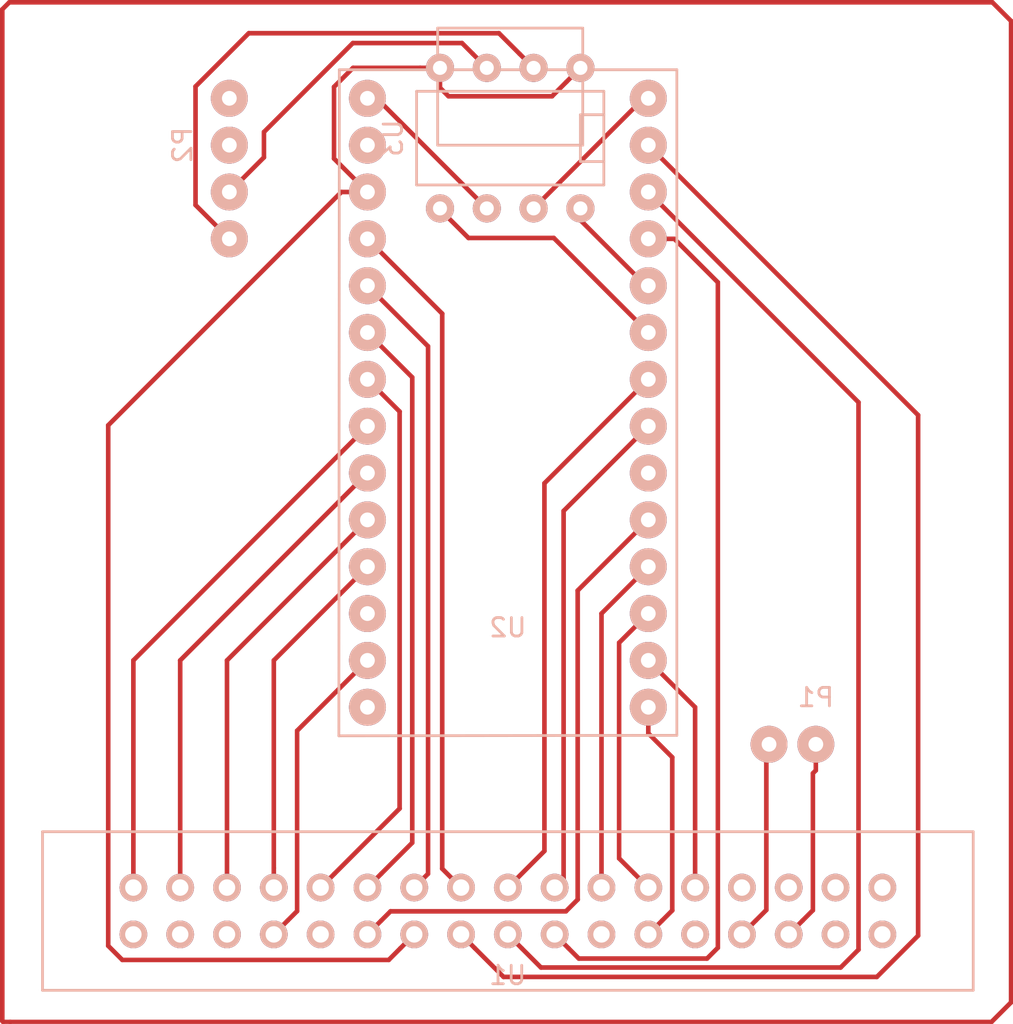
<source format=kicad_pcb>
(kicad_pcb (version 4) (host pcbnew 4.0.2-stable)

  (general
    (links 36)
    (no_connects 6)
    (area 123.622999 53.645999 176.605001 108.660001)
    (thickness 1.6)
    (drawings 0)
    (tracks 129)
    (zones 0)
    (modules 5)
    (nets 41)
  )

  (page A4)
  (layers
    (0 F.Cu signal)
    (31 B.Cu signal)
    (32 B.Adhes user)
    (33 F.Adhes user)
    (34 B.Paste user)
    (35 F.Paste user)
    (36 B.SilkS user)
    (37 F.SilkS user)
    (38 B.Mask user)
    (39 F.Mask user)
    (40 Dwgs.User user)
    (41 Cmts.User user)
    (42 Eco1.User user)
    (43 Eco2.User user)
    (44 Edge.Cuts user)
    (45 Margin user)
    (46 B.CrtYd user)
    (47 F.CrtYd user)
    (48 B.Fab user)
    (49 F.Fab user)
  )

  (setup
    (last_trace_width 0.25)
    (trace_clearance 0.2)
    (zone_clearance 0.508)
    (zone_45_only no)
    (trace_min 0.2)
    (segment_width 0.2)
    (edge_width 0.15)
    (via_size 0.6)
    (via_drill 0.4)
    (via_min_size 0.4)
    (via_min_drill 0.3)
    (uvia_size 0.3)
    (uvia_drill 0.1)
    (uvias_allowed no)
    (uvia_min_size 0.2)
    (uvia_min_drill 0.1)
    (pcb_text_width 0.3)
    (pcb_text_size 1.5 1.5)
    (mod_edge_width 0.15)
    (mod_text_size 1 1)
    (mod_text_width 0.15)
    (pad_size 1.524 1.524)
    (pad_drill 0.762)
    (pad_to_mask_clearance 0.2)
    (aux_axis_origin 0 0)
    (visible_elements FFFFEF7F)
    (pcbplotparams
      (layerselection 0x00030_80000001)
      (usegerberextensions false)
      (excludeedgelayer true)
      (linewidth 0.100000)
      (plotframeref false)
      (viasonmask false)
      (mode 1)
      (useauxorigin false)
      (hpglpennumber 1)
      (hpglpenspeed 20)
      (hpglpendiameter 15)
      (hpglpenoverlay 2)
      (psnegative false)
      (psa4output false)
      (plotreference true)
      (plotvalue true)
      (plotinvisibletext false)
      (padsonsilk false)
      (subtractmaskfromsilk false)
      (outputformat 1)
      (mirror false)
      (drillshape 1)
      (scaleselection 1)
      (outputdirectory ""))
  )

  (net 0 "")
  (net 1 /WHIPER_GND)
  (net 2 /WHIPER_V++)
  (net 3 /CAN_H)
  (net 4 /CAN_L)
  (net 5 GND)
  (net 6 5V)
  (net 7 /CNT_S0)
  (net 8 /MTR_EN)
  (net 9 /CNT_S1)
  (net 10 /MTR_DATA)
  (net 11 /CNT_S2)
  (net 12 /MTR_CLR)
  (net 13 /CNT_S3)
  (net 14 /ADC_SCLK)
  (net 15 /MCU_PWM0)
  (net 16 /MCU_SDO)
  (net 17 /MCU_PWM1)
  (net 18 /MCU_SDI)
  (net 19 /MCU_PWM2)
  (net 20 /ADC_FS)
  (net 21 /MCU_PWM3)
  (net 22 /SEL0)
  (net 23 /MCU_PWM4)
  (net 24 /SEL1)
  (net 25 /MCU_PWM5)
  (net 26 /SEL2)
  (net 27 /MCU_PWM6)
  (net 28 /n_ADC_CSTART)
  (net 29 /MCU_PWM7)
  (net 30 /n_ADC_CS)
  (net 31 /Q_CNT)
  (net 32 /EOC_MCU)
  (net 33 /OVRFLW)
  (net 34 /UNDRFLW)
  (net 35 /RST)
  (net 36 /WHIPER_1)
  (net 37 /WIPER_0)
  (net 38 /WIPER_2)
  (net 39 "Net-(U2-Pad5)")
  (net 40 "Net-(U2-Pad6)")

  (net_class Default "This is the default net class."
    (clearance 0.2)
    (trace_width 0.25)
    (via_dia 0.6)
    (via_drill 0.4)
    (uvia_dia 0.3)
    (uvia_drill 0.1)
    (add_net /ADC_FS)
    (add_net /ADC_SCLK)
    (add_net /CAN_H)
    (add_net /CAN_L)
    (add_net /CNT_S0)
    (add_net /CNT_S1)
    (add_net /CNT_S2)
    (add_net /CNT_S3)
    (add_net /EOC_MCU)
    (add_net /MCU_PWM0)
    (add_net /MCU_PWM1)
    (add_net /MCU_PWM2)
    (add_net /MCU_PWM3)
    (add_net /MCU_PWM4)
    (add_net /MCU_PWM5)
    (add_net /MCU_PWM6)
    (add_net /MCU_PWM7)
    (add_net /MCU_SDI)
    (add_net /MCU_SDO)
    (add_net /MTR_CLR)
    (add_net /MTR_DATA)
    (add_net /MTR_EN)
    (add_net /OVRFLW)
    (add_net /Q_CNT)
    (add_net /RST)
    (add_net /SEL0)
    (add_net /SEL1)
    (add_net /SEL2)
    (add_net /UNDRFLW)
    (add_net /WHIPER_1)
    (add_net /WHIPER_GND)
    (add_net /WHIPER_V++)
    (add_net /WIPER_0)
    (add_net /WIPER_2)
    (add_net /n_ADC_CS)
    (add_net /n_ADC_CSTART)
    (add_net 5V)
    (add_net GND)
    (add_net "Net-(U2-Pad5)")
    (add_net "Net-(U2-Pad6)")
  )

  (module ArmFootprints:2-pin-connector (layer B.Cu) (tedit 57226C7A) (tstamp 57238C9A)
    (at 166.69766 94.33814)
    (path /57227184)
    (fp_text reference P1 (at 0 -2.54) (layer B.SilkS)
      (effects (font (size 1 1) (thickness 0.15)) (justify mirror))
    )
    (fp_text value CONN_2 (at 0 2.54) (layer B.Fab)
      (effects (font (size 1 1) (thickness 0.15)) (justify mirror))
    )
    (pad 1 thru_hole circle (at -2.54 0) (size 2 2) (drill 0.8) (layers *.Cu *.Mask B.SilkS)
      (net 1 /WHIPER_GND))
    (pad 2 thru_hole circle (at 0 0) (size 2 2) (drill 0.8) (layers *.Cu *.Mask B.SilkS)
      (net 2 /WHIPER_V++))
  )

  (module ArmFootprints:4-pin_connector (layer B.Cu) (tedit 57226C21) (tstamp 57238CA2)
    (at 134.874 61.849 90)
    (path /57226EBC)
    (fp_text reference P2 (at 0 -2.54 90) (layer B.SilkS)
      (effects (font (size 1 1) (thickness 0.15)) (justify mirror))
    )
    (fp_text value CONN_4 (at 0 2.54 90) (layer B.Fab)
      (effects (font (size 1 1) (thickness 0.15)) (justify mirror))
    )
    (pad 1 thru_hole circle (at -5.08 0 90) (size 2 2) (drill 0.8) (layers *.Cu *.Mask B.SilkS)
      (net 3 /CAN_H))
    (pad 2 thru_hole circle (at -2.54 0 90) (size 2 2) (drill 0.8) (layers *.Cu *.Mask B.SilkS)
      (net 4 /CAN_L))
    (pad 3 thru_hole circle (at 0 0 90) (size 2 2) (drill 0.8) (layers *.Cu *.Mask B.SilkS)
      (net 5 GND))
    (pad 4 thru_hole circle (at 2.54 0 90) (size 2 2) (drill 0.8) (layers *.Cu *.Mask B.SilkS)
      (net 6 5V))
  )

  (module ArmFootprints:Teensy3.1 (layer B.Cu) (tedit 57226302) (tstamp 57238CE8)
    (at 149.987 77.089 180)
    (path /57223FA1)
    (fp_text reference U2 (at 0 -10.922 180) (layer B.SilkS)
      (effects (font (size 1 1) (thickness 0.15)) (justify mirror))
    )
    (fp_text value Teensy3.1 (at -0.0254 8.7376 180) (layer B.Fab)
      (effects (font (size 1 1) (thickness 0.15)) (justify mirror))
    )
    (fp_line (start 3.81 15.24) (end -4.064 15.24) (layer B.SilkS) (width 0.15))
    (fp_line (start 3.81 21.59) (end 3.81 15.24) (layer B.SilkS) (width 0.15))
    (fp_line (start -4.064 21.59) (end 3.81 21.59) (layer B.SilkS) (width 0.15))
    (fp_line (start -4.064 15.24) (end -4.064 21.59) (layer B.SilkS) (width 0.15))
    (fp_line (start -9.1694 -16.764) (end -9.1694 19.3294) (layer B.SilkS) (width 0.15))
    (fp_line (start 9.1694 -16.7894) (end -9.1694 -16.764) (layer B.SilkS) (width 0.15))
    (fp_line (start 9.144 19.3294) (end 9.1694 -16.7894) (layer B.SilkS) (width 0.15))
    (fp_line (start -9.1694 19.3294) (end 9.144 19.3294) (layer B.SilkS) (width 0.15))
    (pad 1 thru_hole circle (at -7.62 17.78 180) (size 2 2) (drill 0.8) (layers *.Cu *.Mask B.SilkS)
      (net 5 GND))
    (pad 2 thru_hole circle (at -7.62 15.24 180) (size 2 2) (drill 0.8) (layers *.Cu *.Mask B.SilkS)
      (net 22 /SEL0))
    (pad 3 thru_hole circle (at -7.62 12.7 180) (size 2 2) (drill 0.8) (layers *.Cu *.Mask B.SilkS)
      (net 24 /SEL1))
    (pad 4 thru_hole circle (at -7.62 10.16 180) (size 2 2) (drill 0.8) (layers *.Cu *.Mask B.SilkS)
      (net 26 /SEL2))
    (pad 5 thru_hole circle (at -7.62 7.62 180) (size 2 2) (drill 0.8) (layers *.Cu *.Mask B.SilkS)
      (net 39 "Net-(U2-Pad5)"))
    (pad 6 thru_hole circle (at -7.62 5.08 180) (size 2 2) (drill 0.8) (layers *.Cu *.Mask B.SilkS)
      (net 40 "Net-(U2-Pad6)"))
    (pad 7 thru_hole circle (at -7.62 2.54 180) (size 2 2) (drill 0.8) (layers *.Cu *.Mask B.SilkS)
      (net 23 /MCU_PWM4))
    (pad 8 thru_hole circle (at -7.62 0 180) (size 2 2) (drill 0.8) (layers *.Cu *.Mask B.SilkS)
      (net 25 /MCU_PWM5))
    (pad 9 thru_hole circle (at -7.62 -2.54 180) (size 2 2) (drill 0.8) (layers *.Cu *.Mask B.SilkS)
      (net 16 /MCU_SDO))
    (pad 10 thru_hole circle (at -7.62 -5.08 180) (size 2 2) (drill 0.8) (layers *.Cu *.Mask B.SilkS)
      (net 18 /MCU_SDI))
    (pad 11 thru_hole circle (at -7.62 -7.62 180) (size 2 2) (drill 0.8) (layers *.Cu *.Mask B.SilkS)
      (net 27 /MCU_PWM6))
    (pad 12 thru_hole circle (at -7.62 -10.16 180) (size 2 2) (drill 0.8) (layers *.Cu *.Mask B.SilkS)
      (net 29 /MCU_PWM7))
    (pad 13 thru_hole circle (at -7.62 -12.7 180) (size 2 2) (drill 0.8) (layers *.Cu *.Mask B.SilkS)
      (net 31 /Q_CNT))
    (pad 14 thru_hole circle (at -7.62 -15.24 180) (size 2 2) (drill 0.8) (layers *.Cu *.Mask B.SilkS)
      (net 30 /n_ADC_CS))
    (pad 15 thru_hole circle (at 7.62 -15.24 180) (size 2 2) (drill 0.8) (layers *.Cu *.Mask B.SilkS)
      (net 10 /MTR_DATA))
    (pad 16 thru_hole circle (at 7.62 -12.7 180) (size 2 2) (drill 0.8) (layers *.Cu *.Mask B.SilkS)
      (net 14 /ADC_SCLK))
    (pad 17 thru_hole circle (at 7.62 -10.16 180) (size 2 2) (drill 0.8) (layers *.Cu *.Mask B.SilkS)
      (net 8 /MTR_EN))
    (pad 18 thru_hole circle (at 7.62 -7.62 180) (size 2 2) (drill 0.8) (layers *.Cu *.Mask B.SilkS)
      (net 13 /CNT_S3))
    (pad 19 thru_hole circle (at 7.62 -5.08 180) (size 2 2) (drill 0.8) (layers *.Cu *.Mask B.SilkS)
      (net 11 /CNT_S2))
    (pad 20 thru_hole circle (at 7.62 -2.54 180) (size 2 2) (drill 0.8) (layers *.Cu *.Mask B.SilkS)
      (net 9 /CNT_S1))
    (pad 21 thru_hole circle (at 7.62 0 180) (size 2 2) (drill 0.8) (layers *.Cu *.Mask B.SilkS)
      (net 7 /CNT_S0))
    (pad 22 thru_hole circle (at 7.62 2.54 180) (size 2 2) (drill 0.8) (layers *.Cu *.Mask B.SilkS)
      (net 15 /MCU_PWM0))
    (pad 23 thru_hole circle (at 7.62 5.08 180) (size 2 2) (drill 0.8) (layers *.Cu *.Mask B.SilkS)
      (net 17 /MCU_PWM1))
    (pad 24 thru_hole circle (at 7.62 7.62 180) (size 2 2) (drill 0.8) (layers *.Cu *.Mask B.SilkS)
      (net 19 /MCU_PWM2))
    (pad 25 thru_hole circle (at 7.62 10.16 180) (size 2 2) (drill 0.8) (layers *.Cu *.Mask B.SilkS)
      (net 21 /MCU_PWM3))
    (pad 26 thru_hole circle (at 7.62 12.7 180) (size 2 2) (drill 0.8) (layers *.Cu *.Mask B.SilkS)
      (net 20 /ADC_FS))
    (pad 27 thru_hole circle (at 7.62 15.24 180) (size 2 2) (drill 0.8) (layers *.Cu *.Mask B.SilkS)
      (net 1 /WHIPER_GND))
    (pad 28 thru_hole circle (at 7.62 17.78 180) (size 2 2) (drill 0.8) (layers *.Cu *.Mask B.SilkS)
      (net 6 5V))
  )

  (module ArmFootprints:MCP2562_dip (layer B.Cu) (tedit 5723AB3D) (tstamp 5723AE64)
    (at 150.114 61.468 90)
    (path /571BC6FC)
    (fp_text reference U3 (at 0 -6.35 90) (layer B.SilkS)
      (effects (font (size 1 1) (thickness 0.15)) (justify mirror))
    )
    (fp_text value MCP2561 (at 0 6.35 90) (layer B.Fab)
      (effects (font (size 1 1) (thickness 0.15)) (justify mirror))
    )
    (fp_line (start 1.27 3.81) (end 1.27 5.08) (layer B.SilkS) (width 0.15))
    (fp_line (start -1.27 3.81) (end 1.27 3.81) (layer B.SilkS) (width 0.15))
    (fp_line (start -1.27 5.08) (end -1.27 3.81) (layer B.SilkS) (width 0.15))
    (fp_line (start -2.54 -5.08) (end -2.54 5.08) (layer B.SilkS) (width 0.15))
    (fp_line (start 2.54 -5.08) (end -2.54 -5.08) (layer B.SilkS) (width 0.15))
    (fp_line (start 2.54 5.08) (end 2.54 -5.08) (layer B.SilkS) (width 0.15))
    (fp_line (start -2.54 5.08) (end 2.54 5.08) (layer B.SilkS) (width 0.15))
    (pad 1 thru_hole circle (at -3.81 3.81 90) (size 1.524 1.524) (drill 0.762) (layers *.Cu *.Mask B.SilkS)
      (net 39 "Net-(U2-Pad5)"))
    (pad 2 thru_hole circle (at -3.81 1.27 90) (size 1.524 1.524) (drill 0.762) (layers *.Cu *.Mask B.SilkS)
      (net 5 GND))
    (pad 3 thru_hole circle (at -3.81 -1.27 90) (size 1.524 1.524) (drill 0.762) (layers *.Cu *.Mask B.SilkS)
      (net 6 5V))
    (pad 4 thru_hole circle (at -3.81 -3.81 90) (size 1.524 1.524) (drill 0.762) (layers *.Cu *.Mask B.SilkS)
      (net 40 "Net-(U2-Pad6)"))
    (pad 5 thru_hole circle (at 3.81 -3.81 90) (size 1.524 1.524) (drill 0.762) (layers *.Cu *.Mask B.SilkS)
      (net 20 /ADC_FS))
    (pad 6 thru_hole circle (at 3.81 -1.27 90) (size 1.524 1.524) (drill 0.762) (layers *.Cu *.Mask B.SilkS)
      (net 4 /CAN_L))
    (pad 7 thru_hole circle (at 3.81 1.27 90) (size 1.524 1.524) (drill 0.762) (layers *.Cu *.Mask B.SilkS)
      (net 3 /CAN_H))
    (pad 8 thru_hole circle (at 3.81 3.81 90) (size 1.524 1.524) (drill 0.762) (layers *.Cu *.Mask B.SilkS)
      (net 20 /ADC_FS))
  )

  (module ArmFootprints:34-pin_2534-6002UB_WIDE (layer B.Cu) (tedit 5723BDC2) (tstamp 5723C578)
    (at 149.987 103.378 270)
    (path /571C18E0)
    (fp_text reference U1 (at 3.49 0.01 540) (layer B.SilkS)
      (effects (font (size 1 1) (thickness 0.15)) (justify mirror))
    )
    (fp_text value 2534-6002UB_34-pin_header (at -3.1 0.01 540) (layer B.Fab)
      (effects (font (size 1 1) (thickness 0.15)) (justify mirror))
    )
    (fp_line (start -4.3 25.25) (end 4.3 25.25) (layer B.SilkS) (width 0.15))
    (fp_line (start 4.3 25.25) (end 4.3 -25.25) (layer B.SilkS) (width 0.15))
    (fp_line (start 4.3 -25.25) (end -4.3 -25.25) (layer B.SilkS) (width 0.15))
    (fp_line (start -4.3 -25.25) (end -4.3 25.25) (layer B.SilkS) (width 0.15))
    (pad 1 thru_hole circle (at -1.27 20.32 270) (size 1.5 1.5) (drill 0.89) (layers *.Cu *.Mask B.SilkS)
      (net 7 /CNT_S0))
    (pad 2 thru_hole circle (at 1.27 20.32 270) (size 1.5 1.5) (drill 0.89) (layers *.Cu *.Mask B.SilkS)
      (net 8 /MTR_EN))
    (pad 3 thru_hole circle (at -1.27 17.78 270) (size 1.5 1.5) (drill 0.89) (layers *.Cu *.Mask B.SilkS)
      (net 9 /CNT_S1))
    (pad 4 thru_hole circle (at 1.27 17.78 270) (size 1.5 1.5) (drill 0.89) (layers *.Cu *.Mask B.SilkS)
      (net 10 /MTR_DATA))
    (pad 5 thru_hole circle (at -1.27 15.24 270) (size 1.5 1.5) (drill 0.89) (layers *.Cu *.Mask B.SilkS)
      (net 11 /CNT_S2))
    (pad 6 thru_hole circle (at 1.27 15.24 270) (size 1.5 1.5) (drill 0.89) (layers *.Cu *.Mask B.SilkS)
      (net 12 /MTR_CLR))
    (pad 7 thru_hole circle (at -1.27 12.7 270) (size 1.5 1.5) (drill 0.89) (layers *.Cu *.Mask B.SilkS)
      (net 13 /CNT_S3))
    (pad 8 thru_hole circle (at 1.27 12.7 270) (size 1.5 1.5) (drill 0.89) (layers *.Cu *.Mask B.SilkS)
      (net 14 /ADC_SCLK))
    (pad 9 thru_hole circle (at -1.27 10.16 270) (size 1.5 1.5) (drill 0.89) (layers *.Cu *.Mask B.SilkS)
      (net 15 /MCU_PWM0))
    (pad 10 thru_hole circle (at 1.27 10.16 270) (size 1.5 1.5) (drill 0.89) (layers *.Cu *.Mask B.SilkS)
      (net 16 /MCU_SDO))
    (pad 11 thru_hole circle (at -1.27 7.62 270) (size 1.5 1.5) (drill 0.89) (layers *.Cu *.Mask B.SilkS)
      (net 17 /MCU_PWM1))
    (pad 12 thru_hole circle (at 1.27 7.62 270) (size 1.5 1.5) (drill 0.89) (layers *.Cu *.Mask B.SilkS)
      (net 18 /MCU_SDI))
    (pad 13 thru_hole circle (at -1.27 5.08 270) (size 1.5 1.5) (drill 0.89) (layers *.Cu *.Mask B.SilkS)
      (net 19 /MCU_PWM2))
    (pad 14 thru_hole circle (at 1.27 5.08 270) (size 1.5 1.5) (drill 0.89) (layers *.Cu *.Mask B.SilkS)
      (net 20 /ADC_FS))
    (pad 15 thru_hole circle (at -1.27 2.54 270) (size 1.5 1.5) (drill 0.89) (layers *.Cu *.Mask B.SilkS)
      (net 21 /MCU_PWM3))
    (pad 16 thru_hole circle (at 1.27 2.54 270) (size 1.5 1.5) (drill 0.89) (layers *.Cu *.Mask B.SilkS)
      (net 22 /SEL0))
    (pad 17 thru_hole circle (at -1.27 0 270) (size 1.5 1.5) (drill 0.89) (layers *.Cu *.Mask B.SilkS)
      (net 23 /MCU_PWM4))
    (pad 18 thru_hole circle (at 1.27 0 270) (size 1.5 1.5) (drill 0.89) (layers *.Cu *.Mask B.SilkS)
      (net 24 /SEL1))
    (pad 19 thru_hole circle (at -1.27 -2.54 270) (size 1.5 1.5) (drill 0.89) (layers *.Cu *.Mask B.SilkS)
      (net 25 /MCU_PWM5))
    (pad 20 thru_hole circle (at 1.27 -2.54 270) (size 1.5 1.5) (drill 0.89) (layers *.Cu *.Mask B.SilkS)
      (net 26 /SEL2))
    (pad 21 thru_hole circle (at -1.27 -5.08 270) (size 1.5 1.5) (drill 0.89) (layers *.Cu *.Mask B.SilkS)
      (net 27 /MCU_PWM6))
    (pad 22 thru_hole circle (at 1.27 -5.08 270) (size 1.5 1.5) (drill 0.89) (layers *.Cu *.Mask B.SilkS)
      (net 28 /n_ADC_CSTART))
    (pad 23 thru_hole circle (at -1.27 -7.62 270) (size 1.5 1.5) (drill 0.89) (layers *.Cu *.Mask B.SilkS)
      (net 29 /MCU_PWM7))
    (pad 24 thru_hole circle (at 1.27 -7.62 270) (size 1.5 1.5) (drill 0.89) (layers *.Cu *.Mask B.SilkS)
      (net 30 /n_ADC_CS))
    (pad 25 thru_hole circle (at -1.27 -10.16 270) (size 1.5 1.5) (drill 0.89) (layers *.Cu *.Mask B.SilkS)
      (net 31 /Q_CNT))
    (pad 26 thru_hole circle (at 1.27 -10.16 270) (size 1.5 1.5) (drill 0.89) (layers *.Cu *.Mask B.SilkS)
      (net 32 /EOC_MCU))
    (pad 27 thru_hole circle (at -1.27 -12.7 270) (size 1.5 1.5) (drill 0.89) (layers *.Cu *.Mask B.SilkS)
      (net 33 /OVRFLW))
    (pad 28 thru_hole circle (at 1.27 -12.7 270) (size 1.5 1.5) (drill 0.89) (layers *.Cu *.Mask B.SilkS)
      (net 1 /WHIPER_GND))
    (pad 29 thru_hole circle (at -1.27 -15.24 270) (size 1.5 1.5) (drill 0.89) (layers *.Cu *.Mask B.SilkS)
      (net 34 /UNDRFLW))
    (pad 30 thru_hole circle (at 1.27 -15.24 270) (size 1.5 1.5) (drill 0.89) (layers *.Cu *.Mask B.SilkS)
      (net 2 /WHIPER_V++))
    (pad 31 thru_hole circle (at -1.27 -17.78 270) (size 1.5 1.5) (drill 0.89) (layers *.Cu *.Mask B.SilkS)
      (net 35 /RST))
    (pad 32 thru_hole circle (at 1.27 -17.78 270) (size 1.5 1.5) (drill 0.89) (layers *.Cu *.Mask B.SilkS)
      (net 36 /WHIPER_1))
    (pad 33 thru_hole circle (at -1.27 -20.32 270) (size 1.5 1.5) (drill 0.89) (layers *.Cu *.Mask B.SilkS)
      (net 37 /WIPER_0))
    (pad 34 thru_hole circle (at 1.27 -20.32 270) (size 1.5 1.5) (drill 0.89) (layers *.Cu *.Mask B.SilkS)
      (net 38 /WIPER_2))
  )

  (segment (start 122.981085 109.39653) (end 122.60453 109.39653) (width 0.25) (layer F.Cu) (net 0))
  (segment (start 122.60453 109.39653) (end 122.555 109.347) (width 0.25) (layer F.Cu) (net 0))
  (segment (start 122.555 109.347) (end 122.555 54.483) (width 0.25) (layer F.Cu) (net 0))
  (segment (start 122.936 54.102) (end 176.276 54.102) (width 0.25) (layer F.Cu) (net 0))
  (segment (start 177.292 55.118) (end 177.292 108.331) (width 0.25) (layer F.Cu) (net 0))
  (segment (start 122.555 54.483) (end 122.936 54.102) (width 0.25) (layer F.Cu) (net 0))
  (segment (start 176.22647 109.39653) (end 122.981085 109.39653) (width 0.25) (layer F.Cu) (net 0))
  (segment (start 176.276 54.102) (end 177.292 55.118) (width 0.25) (layer F.Cu) (net 0))
  (segment (start 177.292 108.331) (end 176.22647 109.39653) (width 0.25) (layer F.Cu) (net 0))
  (segment (start 164.15766 94.33814) (end 164.011242 94.484558) (width 0.25) (layer F.Cu) (net 1))
  (segment (start 164.011242 94.484558) (end 164.011242 103.323758) (width 0.25) (layer F.Cu) (net 1))
  (segment (start 164.011242 103.323758) (end 163.436999 103.898001) (width 0.25) (layer F.Cu) (net 1))
  (segment (start 163.436999 103.898001) (end 162.687 104.648) (width 0.25) (layer F.Cu) (net 1))
  (segment (start 166.69766 94.33814) (end 166.69766 95.752353) (width 0.25) (layer F.Cu) (net 2))
  (segment (start 166.538099 103.336901) (end 165.976999 103.898001) (width 0.25) (layer F.Cu) (net 2))
  (segment (start 166.69766 95.752353) (end 166.538099 95.911914) (width 0.25) (layer F.Cu) (net 2))
  (segment (start 166.538099 95.911914) (end 166.538099 103.336901) (width 0.25) (layer F.Cu) (net 2))
  (segment (start 165.976999 103.898001) (end 165.227 104.648) (width 0.25) (layer F.Cu) (net 2))
  (segment (start 134.874 66.929) (end 133.038893 65.093893) (width 0.25) (layer F.Cu) (net 3))
  (segment (start 133.038893 65.093893) (end 133.038893 58.6676) (width 0.25) (layer F.Cu) (net 3))
  (segment (start 135.927608 55.778885) (end 149.504885 55.778885) (width 0.25) (layer F.Cu) (net 3))
  (segment (start 133.038893 58.6676) (end 135.927608 55.778885) (width 0.25) (layer F.Cu) (net 3))
  (segment (start 149.504885 55.778885) (end 150.622001 56.896001) (width 0.25) (layer F.Cu) (net 3))
  (segment (start 150.622001 56.896001) (end 151.384 57.658) (width 0.25) (layer F.Cu) (net 3))
  (segment (start 134.874 64.389) (end 136.75181 62.51119) (width 0.25) (layer F.Cu) (net 4))
  (segment (start 136.75181 62.51119) (end 136.75181 61.13767) (width 0.25) (layer F.Cu) (net 4))
  (segment (start 136.75181 61.13767) (end 141.576816 56.312664) (width 0.25) (layer F.Cu) (net 4))
  (segment (start 141.576816 56.312664) (end 147.498664 56.312664) (width 0.25) (layer F.Cu) (net 4))
  (segment (start 147.498664 56.312664) (end 148.082001 56.896001) (width 0.25) (layer F.Cu) (net 4))
  (segment (start 148.082001 56.896001) (end 148.844 57.658) (width 0.25) (layer F.Cu) (net 4))
  (segment (start 151.384 65.278) (end 157.353 59.309) (width 0.25) (layer F.Cu) (net 5))
  (segment (start 157.353 59.309) (end 157.607 59.309) (width 0.25) (layer F.Cu) (net 5))
  (segment (start 148.844 65.278) (end 142.875 59.309) (width 0.25) (layer F.Cu) (net 6))
  (segment (start 142.875 59.309) (end 142.367 59.309) (width 0.25) (layer F.Cu) (net 6))
  (segment (start 142.367 77.089) (end 129.667 89.789) (width 0.25) (layer F.Cu) (net 7))
  (segment (start 129.667 89.789) (end 129.667 102.108) (width 0.25) (layer F.Cu) (net 7))
  (segment (start 142.367 79.629) (end 132.207 89.789) (width 0.25) (layer F.Cu) (net 9))
  (segment (start 132.207 89.789) (end 132.207 102.108) (width 0.25) (layer F.Cu) (net 9))
  (segment (start 142.367 82.169) (end 134.747 89.789) (width 0.25) (layer F.Cu) (net 11))
  (segment (start 134.747 89.789) (end 134.747 102.108) (width 0.25) (layer F.Cu) (net 11))
  (segment (start 142.367 84.709) (end 137.287 89.789) (width 0.25) (layer F.Cu) (net 13))
  (segment (start 137.287 89.789) (end 137.287 101.04734) (width 0.25) (layer F.Cu) (net 13))
  (segment (start 137.287 101.04734) (end 137.287 102.108) (width 0.25) (layer F.Cu) (net 13))
  (segment (start 142.367 89.789) (end 138.55065 93.60535) (width 0.25) (layer F.Cu) (net 14))
  (segment (start 138.55065 93.60535) (end 138.55065 103.38435) (width 0.25) (layer F.Cu) (net 14))
  (segment (start 138.55065 103.38435) (end 138.036999 103.898001) (width 0.25) (layer F.Cu) (net 14))
  (segment (start 138.036999 103.898001) (end 137.287 104.648) (width 0.25) (layer F.Cu) (net 14))
  (segment (start 142.367 74.549) (end 144.11325 76.29525) (width 0.25) (layer F.Cu) (net 15))
  (segment (start 144.11325 76.29525) (end 144.11325 97.82175) (width 0.25) (layer F.Cu) (net 15))
  (segment (start 140.576999 101.358001) (end 139.827 102.108) (width 0.25) (layer F.Cu) (net 15))
  (segment (start 144.11325 97.82175) (end 140.576999 101.358001) (width 0.25) (layer F.Cu) (net 15))
  (segment (start 142.367 72.009) (end 144.79905 74.44105) (width 0.25) (layer F.Cu) (net 17))
  (segment (start 144.79905 74.44105) (end 144.79905 99.67595) (width 0.25) (layer F.Cu) (net 17))
  (segment (start 144.79905 99.67595) (end 143.116999 101.358001) (width 0.25) (layer F.Cu) (net 17))
  (segment (start 143.116999 101.358001) (end 142.367 102.108) (width 0.25) (layer F.Cu) (net 17))
  (segment (start 157.607 82.169) (end 153.775761 86.000239) (width 0.25) (layer F.Cu) (net 18))
  (segment (start 143.116999 103.898001) (end 142.367 104.648) (width 0.25) (layer F.Cu) (net 18))
  (segment (start 153.775761 86.000239) (end 153.775761 102.75668) (width 0.25) (layer F.Cu) (net 18))
  (segment (start 153.775761 102.75668) (end 153.136848 103.395593) (width 0.25) (layer F.Cu) (net 18))
  (segment (start 153.136848 103.395593) (end 143.619407 103.395593) (width 0.25) (layer F.Cu) (net 18))
  (segment (start 143.619407 103.395593) (end 143.116999 103.898001) (width 0.25) (layer F.Cu) (net 18))
  (segment (start 145.656999 101.358001) (end 144.907 102.108) (width 0.25) (layer F.Cu) (net 19))
  (segment (start 145.656999 72.758999) (end 145.656999 101.358001) (width 0.25) (layer F.Cu) (net 19))
  (segment (start 142.367 69.469) (end 145.656999 72.758999) (width 0.25) (layer F.Cu) (net 19))
  (segment (start 142.367 64.389) (end 140.952787 64.389) (width 0.25) (layer F.Cu) (net 20))
  (segment (start 144.157001 105.397999) (end 144.907 104.648) (width 0.25) (layer F.Cu) (net 20))
  (segment (start 140.952787 64.389) (end 128.30175 77.040037) (width 0.25) (layer F.Cu) (net 20))
  (segment (start 129.067385 106.032299) (end 143.522701 106.032299) (width 0.25) (layer F.Cu) (net 20))
  (segment (start 128.30175 77.040037) (end 128.30175 105.266664) (width 0.25) (layer F.Cu) (net 20))
  (segment (start 128.30175 105.266664) (end 129.067385 106.032299) (width 0.25) (layer F.Cu) (net 20))
  (segment (start 143.522701 106.032299) (end 144.157001 105.397999) (width 0.25) (layer F.Cu) (net 20))
  (segment (start 146.304 57.658) (end 146.304 58.73563) (width 0.25) (layer F.Cu) (net 20))
  (segment (start 146.304 58.73563) (end 146.76623 59.19786) (width 0.25) (layer F.Cu) (net 20))
  (segment (start 146.76623 59.19786) (end 152.38414 59.19786) (width 0.25) (layer F.Cu) (net 20))
  (segment (start 152.38414 59.19786) (end 153.162001 58.419999) (width 0.25) (layer F.Cu) (net 20))
  (segment (start 153.162001 58.419999) (end 153.924 57.658) (width 0.25) (layer F.Cu) (net 20))
  (segment (start 142.367 64.389) (end 140.554858 62.576858) (width 0.25) (layer F.Cu) (net 20))
  (segment (start 140.554858 62.576858) (end 140.554858 58.687384) (width 0.25) (layer F.Cu) (net 20))
  (segment (start 140.554858 58.687384) (end 141.584242 57.658) (width 0.25) (layer F.Cu) (net 20))
  (segment (start 141.584242 57.658) (end 145.22637 57.658) (width 0.25) (layer F.Cu) (net 20))
  (segment (start 145.22637 57.658) (end 146.304 57.658) (width 0.25) (layer F.Cu) (net 20))
  (segment (start 142.367 66.929) (end 146.424619 70.986619) (width 0.25) (layer F.Cu) (net 21))
  (segment (start 146.424619 101.085619) (end 147.447 102.108) (width 0.25) (layer F.Cu) (net 21))
  (segment (start 146.424619 70.986619) (end 146.424619 101.085619) (width 0.25) (layer F.Cu) (net 21))
  (segment (start 157.607 61.849) (end 172.24756 76.48956) (width 0.25) (layer F.Cu) (net 22))
  (segment (start 172.24756 76.48956) (end 172.24756 104.714691) (width 0.25) (layer F.Cu) (net 22))
  (segment (start 172.24756 104.714691) (end 170.009337 106.952914) (width 0.25) (layer F.Cu) (net 22))
  (segment (start 170.009337 106.952914) (end 149.751914 106.952914) (width 0.25) (layer F.Cu) (net 22))
  (segment (start 149.751914 106.952914) (end 148.196999 105.397999) (width 0.25) (layer F.Cu) (net 22))
  (segment (start 148.196999 105.397999) (end 147.447 104.648) (width 0.25) (layer F.Cu) (net 22))
  (segment (start 157.607 74.549) (end 151.971272 80.184728) (width 0.25) (layer F.Cu) (net 23))
  (segment (start 151.971272 80.184728) (end 151.971272 100.123728) (width 0.25) (layer F.Cu) (net 23))
  (segment (start 151.971272 100.123728) (end 149.987 102.108) (width 0.25) (layer F.Cu) (net 23))
  (segment (start 157.607 64.389) (end 169.013909 75.795909) (width 0.25) (layer F.Cu) (net 24))
  (segment (start 169.013909 75.795909) (end 169.013909 105.472532) (width 0.25) (layer F.Cu) (net 24))
  (segment (start 169.013909 105.472532) (end 168.044004 106.442437) (width 0.25) (layer F.Cu) (net 24))
  (segment (start 168.044004 106.442437) (end 151.781437 106.442437) (width 0.25) (layer F.Cu) (net 24))
  (segment (start 151.781437 106.442437) (end 150.736999 105.397999) (width 0.25) (layer F.Cu) (net 24))
  (segment (start 150.736999 105.397999) (end 149.987 104.648) (width 0.25) (layer F.Cu) (net 24))
  (segment (start 157.607 77.089) (end 153.011269 81.684731) (width 0.25) (layer F.Cu) (net 25))
  (segment (start 153.011269 81.684731) (end 153.011269 101.623731) (width 0.25) (layer F.Cu) (net 25))
  (segment (start 153.011269 101.623731) (end 152.527 102.108) (width 0.25) (layer F.Cu) (net 25))
  (segment (start 157.607 66.929) (end 159.021213 66.929) (width 0.25) (layer F.Cu) (net 26))
  (segment (start 159.021213 66.929) (end 161.382289 69.290076) (width 0.25) (layer F.Cu) (net 26))
  (segment (start 161.382289 69.290076) (end 161.382289 105.370437) (width 0.25) (layer F.Cu) (net 26))
  (segment (start 161.382289 105.370437) (end 160.795241 105.957485) (width 0.25) (layer F.Cu) (net 26))
  (segment (start 160.795241 105.957485) (end 153.836485 105.957485) (width 0.25) (layer F.Cu) (net 26))
  (segment (start 153.836485 105.957485) (end 153.276999 105.397999) (width 0.25) (layer F.Cu) (net 26))
  (segment (start 153.276999 105.397999) (end 152.527 104.648) (width 0.25) (layer F.Cu) (net 26))
  (segment (start 157.607 84.709) (end 155.067 87.249) (width 0.25) (layer F.Cu) (net 27))
  (segment (start 155.067 87.249) (end 155.067 102.108) (width 0.25) (layer F.Cu) (net 27))
  (segment (start 157.607 87.249) (end 156.022288 88.833712) (width 0.25) (layer F.Cu) (net 29))
  (segment (start 156.022288 88.833712) (end 156.022288 100.523288) (width 0.25) (layer F.Cu) (net 29))
  (segment (start 156.022288 100.523288) (end 156.857001 101.358001) (width 0.25) (layer F.Cu) (net 29))
  (segment (start 156.857001 101.358001) (end 157.607 102.108) (width 0.25) (layer F.Cu) (net 29))
  (segment (start 157.607 92.329) (end 157.607 93.743213) (width 0.25) (layer F.Cu) (net 30))
  (segment (start 157.607 93.743213) (end 158.906479 95.042692) (width 0.25) (layer F.Cu) (net 30))
  (segment (start 158.906479 95.042692) (end 158.906479 103.348521) (width 0.25) (layer F.Cu) (net 30))
  (segment (start 158.906479 103.348521) (end 158.356999 103.898001) (width 0.25) (layer F.Cu) (net 30))
  (segment (start 158.356999 103.898001) (end 157.607 104.648) (width 0.25) (layer F.Cu) (net 30))
  (segment (start 157.607 89.789) (end 160.147 92.329) (width 0.25) (layer F.Cu) (net 31))
  (segment (start 160.147 92.329) (end 160.147 102.108) (width 0.25) (layer F.Cu) (net 31))
  (segment (start 153.924 65.278) (end 153.924 65.916379) (width 0.25) (layer F.Cu) (net 39))
  (segment (start 153.924 65.916379) (end 157.476621 69.469) (width 0.25) (layer F.Cu) (net 39))
  (segment (start 157.476621 69.469) (end 157.607 69.469) (width 0.25) (layer F.Cu) (net 39))
  (segment (start 146.304 65.278) (end 146.304 65.335213) (width 0.25) (layer F.Cu) (net 40))
  (segment (start 146.304 65.335213) (end 147.849802 66.881015) (width 0.25) (layer F.Cu) (net 40))
  (segment (start 147.849802 66.881015) (end 152.479015 66.881015) (width 0.25) (layer F.Cu) (net 40))
  (segment (start 152.479015 66.881015) (end 157.607 72.009) (width 0.25) (layer F.Cu) (net 40))

)

</source>
